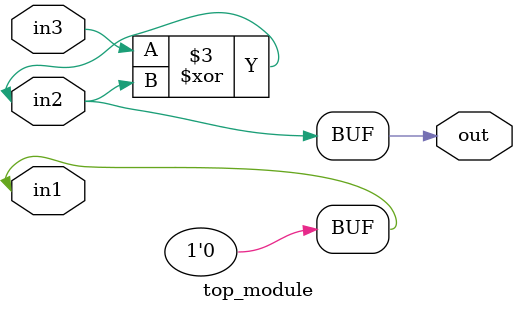
<source format=sv>
module top_module (
  input in1,
  input in2,
  input in3,
  output logic out
);
  
  // XNOR gate
  assign {^in1, ^in2} = out;
  
  // XOR gate
  xor #2 u1(.a(out), .b(in3), .z(out));
  
endmodule

</source>
